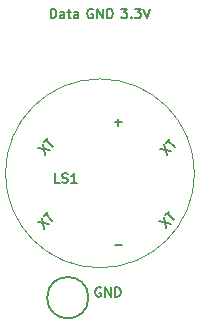
<source format=gto>
G04 #@! TF.GenerationSoftware,KiCad,Pcbnew,(6.0.2)*
G04 #@! TF.CreationDate,2022-05-11T22:03:01-05:00*
G04 #@! TF.ProjectId,Transmit US,5472616e-736d-4697-9420-55532e6b6963,rev?*
G04 #@! TF.SameCoordinates,Original*
G04 #@! TF.FileFunction,Legend,Top*
G04 #@! TF.FilePolarity,Positive*
%FSLAX46Y46*%
G04 Gerber Fmt 4.6, Leading zero omitted, Abs format (unit mm)*
G04 Created by KiCad (PCBNEW (6.0.2)) date 2022-05-11 22:03:01*
%MOMM*%
%LPD*%
G01*
G04 APERTURE LIST*
%ADD10C,0.127000*%
%ADD11C,0.150000*%
%ADD12C,0.120000*%
%ADD13C,2.000000*%
%ADD14C,2.800000*%
%ADD15C,3.200000*%
%ADD16R,1.700000X1.700000*%
%ADD17O,1.700000X1.700000*%
G04 APERTURE END LIST*
D10*
X117871218Y-85234221D02*
X117547969Y-85557470D01*
X118275279Y-85961531D02*
X117709593Y-85395845D01*
X117413282Y-85692157D02*
X117601844Y-86634966D01*
X117036158Y-86069280D02*
X117978967Y-86257842D01*
X113904761Y-88063095D02*
X113295238Y-88063095D01*
D11*
X112065476Y-91695000D02*
X111989285Y-91656904D01*
X111875000Y-91656904D01*
X111760714Y-91695000D01*
X111684523Y-91771190D01*
X111646428Y-91847380D01*
X111608333Y-91999761D01*
X111608333Y-92114047D01*
X111646428Y-92266428D01*
X111684523Y-92342619D01*
X111760714Y-92418809D01*
X111875000Y-92456904D01*
X111951190Y-92456904D01*
X112065476Y-92418809D01*
X112103571Y-92380714D01*
X112103571Y-92114047D01*
X111951190Y-92114047D01*
X112446428Y-92456904D02*
X112446428Y-91656904D01*
X112903571Y-92456904D01*
X112903571Y-91656904D01*
X113284523Y-92456904D02*
X113284523Y-91656904D01*
X113475000Y-91656904D01*
X113589285Y-91695000D01*
X113665476Y-91771190D01*
X113703571Y-91847380D01*
X113741666Y-91999761D01*
X113741666Y-92114047D01*
X113703571Y-92266428D01*
X113665476Y-92342619D01*
X113589285Y-92418809D01*
X113475000Y-92456904D01*
X113284523Y-92456904D01*
X107838095Y-68861904D02*
X107838095Y-68061904D01*
X108028571Y-68061904D01*
X108142857Y-68100000D01*
X108219047Y-68176190D01*
X108257142Y-68252380D01*
X108295238Y-68404761D01*
X108295238Y-68519047D01*
X108257142Y-68671428D01*
X108219047Y-68747619D01*
X108142857Y-68823809D01*
X108028571Y-68861904D01*
X107838095Y-68861904D01*
X108980952Y-68861904D02*
X108980952Y-68442857D01*
X108942857Y-68366666D01*
X108866666Y-68328571D01*
X108714285Y-68328571D01*
X108638095Y-68366666D01*
X108980952Y-68823809D02*
X108904761Y-68861904D01*
X108714285Y-68861904D01*
X108638095Y-68823809D01*
X108600000Y-68747619D01*
X108600000Y-68671428D01*
X108638095Y-68595238D01*
X108714285Y-68557142D01*
X108904761Y-68557142D01*
X108980952Y-68519047D01*
X109247619Y-68328571D02*
X109552380Y-68328571D01*
X109361904Y-68061904D02*
X109361904Y-68747619D01*
X109400000Y-68823809D01*
X109476190Y-68861904D01*
X109552380Y-68861904D01*
X110161904Y-68861904D02*
X110161904Y-68442857D01*
X110123809Y-68366666D01*
X110047619Y-68328571D01*
X109895238Y-68328571D01*
X109819047Y-68366666D01*
X110161904Y-68823809D02*
X110085714Y-68861904D01*
X109895238Y-68861904D01*
X109819047Y-68823809D01*
X109780952Y-68747619D01*
X109780952Y-68671428D01*
X109819047Y-68595238D01*
X109895238Y-68557142D01*
X110085714Y-68557142D01*
X110161904Y-68519047D01*
X113819047Y-68061904D02*
X114314285Y-68061904D01*
X114047619Y-68366666D01*
X114161904Y-68366666D01*
X114238095Y-68404761D01*
X114276190Y-68442857D01*
X114314285Y-68519047D01*
X114314285Y-68709523D01*
X114276190Y-68785714D01*
X114238095Y-68823809D01*
X114161904Y-68861904D01*
X113933333Y-68861904D01*
X113857142Y-68823809D01*
X113819047Y-68785714D01*
X114657142Y-68785714D02*
X114695238Y-68823809D01*
X114657142Y-68861904D01*
X114619047Y-68823809D01*
X114657142Y-68785714D01*
X114657142Y-68861904D01*
X114961904Y-68061904D02*
X115457142Y-68061904D01*
X115190476Y-68366666D01*
X115304761Y-68366666D01*
X115380952Y-68404761D01*
X115419047Y-68442857D01*
X115457142Y-68519047D01*
X115457142Y-68709523D01*
X115419047Y-68785714D01*
X115380952Y-68823809D01*
X115304761Y-68861904D01*
X115076190Y-68861904D01*
X115000000Y-68823809D01*
X114961904Y-68785714D01*
X115685714Y-68061904D02*
X115952380Y-68861904D01*
X116219047Y-68061904D01*
D10*
X107621218Y-79034221D02*
X107297969Y-79357470D01*
X108025279Y-79761531D02*
X107459593Y-79195845D01*
X107163282Y-79492157D02*
X107351844Y-80434966D01*
X106786158Y-79869280D02*
X107728967Y-80057842D01*
X117921218Y-79084221D02*
X117597969Y-79407470D01*
X118325279Y-79811531D02*
X117759593Y-79245845D01*
X117463282Y-79542157D02*
X117651844Y-80484966D01*
X117086158Y-79919280D02*
X118028967Y-80107842D01*
D11*
X111390476Y-68100000D02*
X111314285Y-68061904D01*
X111200000Y-68061904D01*
X111085714Y-68100000D01*
X111009523Y-68176190D01*
X110971428Y-68252380D01*
X110933333Y-68404761D01*
X110933333Y-68519047D01*
X110971428Y-68671428D01*
X111009523Y-68747619D01*
X111085714Y-68823809D01*
X111200000Y-68861904D01*
X111276190Y-68861904D01*
X111390476Y-68823809D01*
X111428571Y-68785714D01*
X111428571Y-68519047D01*
X111276190Y-68519047D01*
X111771428Y-68861904D02*
X111771428Y-68061904D01*
X112228571Y-68861904D01*
X112228571Y-68061904D01*
X112609523Y-68861904D02*
X112609523Y-68061904D01*
X112800000Y-68061904D01*
X112914285Y-68100000D01*
X112990476Y-68176190D01*
X113028571Y-68252380D01*
X113066666Y-68404761D01*
X113066666Y-68519047D01*
X113028571Y-68671428D01*
X112990476Y-68747619D01*
X112914285Y-68823809D01*
X112800000Y-68861904D01*
X112609523Y-68861904D01*
D10*
X113854761Y-77682142D02*
X113245238Y-77682142D01*
X113550000Y-77986904D02*
X113550000Y-77377380D01*
X107571218Y-85284221D02*
X107247969Y-85607470D01*
X107975279Y-86011531D02*
X107409593Y-85445845D01*
X107113282Y-85742157D02*
X107301844Y-86684966D01*
X106736158Y-86119280D02*
X107678967Y-86307842D01*
G04 #@! TO.C,LS1*
X108585714Y-82811904D02*
X108204761Y-82811904D01*
X108204761Y-82011904D01*
X108814285Y-82773809D02*
X108928571Y-82811904D01*
X109119047Y-82811904D01*
X109195238Y-82773809D01*
X109233333Y-82735714D01*
X109271428Y-82659523D01*
X109271428Y-82583333D01*
X109233333Y-82507142D01*
X109195238Y-82469047D01*
X109119047Y-82430952D01*
X108966666Y-82392857D01*
X108890476Y-82354761D01*
X108852380Y-82316666D01*
X108814285Y-82240476D01*
X108814285Y-82164285D01*
X108852380Y-82088095D01*
X108890476Y-82050000D01*
X108966666Y-82011904D01*
X109157142Y-82011904D01*
X109271428Y-82050000D01*
X110033333Y-82811904D02*
X109576190Y-82811904D01*
X109804761Y-82811904D02*
X109804761Y-82011904D01*
X109728571Y-82126190D01*
X109652380Y-82202380D01*
X109576190Y-82240476D01*
D12*
X120000000Y-82000000D02*
G75*
G03*
X120000000Y-82000000I-8000000J0D01*
G01*
D11*
G04 #@! TO.C,TP1*
X111025000Y-92525000D02*
G75*
G03*
X111025000Y-92525000I-1750000J0D01*
G01*
G04 #@! TD*
%LPC*%
D13*
G04 #@! TO.C,LS1*
X112000000Y-77000000D03*
X112000000Y-87000000D03*
G04 #@! TD*
D14*
G04 #@! TO.C,TP1*
X109275000Y-92525000D03*
G04 #@! TD*
D15*
G04 #@! TO.C,H2*
X120500000Y-93000000D03*
G04 #@! TD*
G04 #@! TO.C,H5*
X103500000Y-71000000D03*
G04 #@! TD*
G04 #@! TO.C,H3*
X120500000Y-71000000D03*
G04 #@! TD*
G04 #@! TO.C,H4*
X103500000Y-93000000D03*
G04 #@! TD*
D16*
G04 #@! TO.C,J1*
X114500000Y-70500000D03*
D17*
X111960000Y-70500000D03*
X109420000Y-70500000D03*
G04 #@! TD*
M02*

</source>
